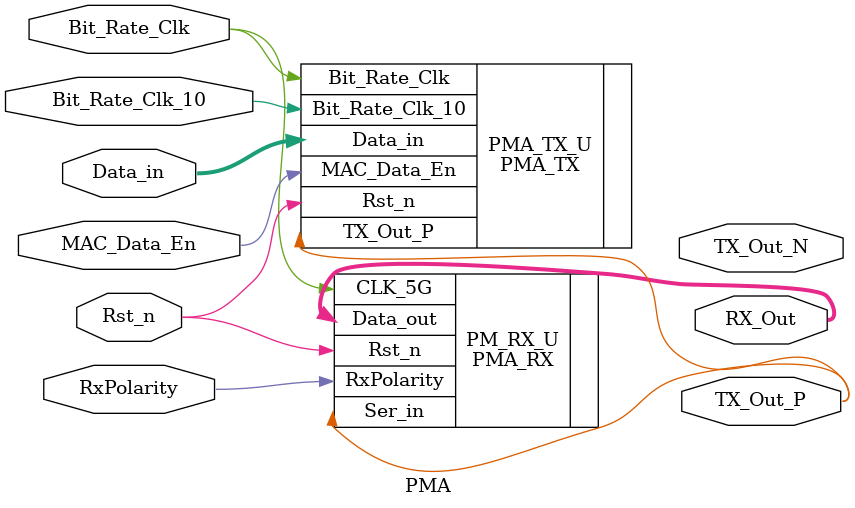
<source format=v>
module PMA (
    input       Bit_Rate_Clk_10,
    input       Bit_Rate_Clk,
    input       Rst_n,
    input [9:0] Data_in,
    input       MAC_Data_En,
    input       RxPolarity,
    //input                    RX_POS          ,
    //input                    RX_NEG          ,
    // input       Ser_in,


    output       TX_Out_P,
    output       TX_Out_N,
    //output                   K285            ,
    output [9:0] RX_Out
);



  PMA_TX #(
      .DATA_WIDTH(10)
  ) PMA_TX_U (
      .Bit_Rate_Clk_10(Bit_Rate_Clk_10),
      .Bit_Rate_Clk   (Bit_Rate_Clk),
      .Rst_n          (Rst_n),
      .Data_in        (Data_in),
      .MAC_Data_En    (MAC_Data_En),
      .TX_Out_P       (TX_Out_P),
      // .TX_Out_N       (TX_Out_N)
  );

  //CDR + serial to parallel
  PMA_RX #(
      .DATA_WIDTH(10)
  ) PM_RX_U (
      //.RX_POS    (RX_POS),
      //.RX_NEG    (RX_NEG),
      .Ser_in    (TX_Out_P),
      .Rst_n     (Rst_n),
      .CLK_5G    (Bit_Rate_Clk),  //CLK_5G
      .RxPolarity(RxPolarity),
      .Data_out  (RX_Out)
      //.K285(K285)
  );



endmodule

</source>
